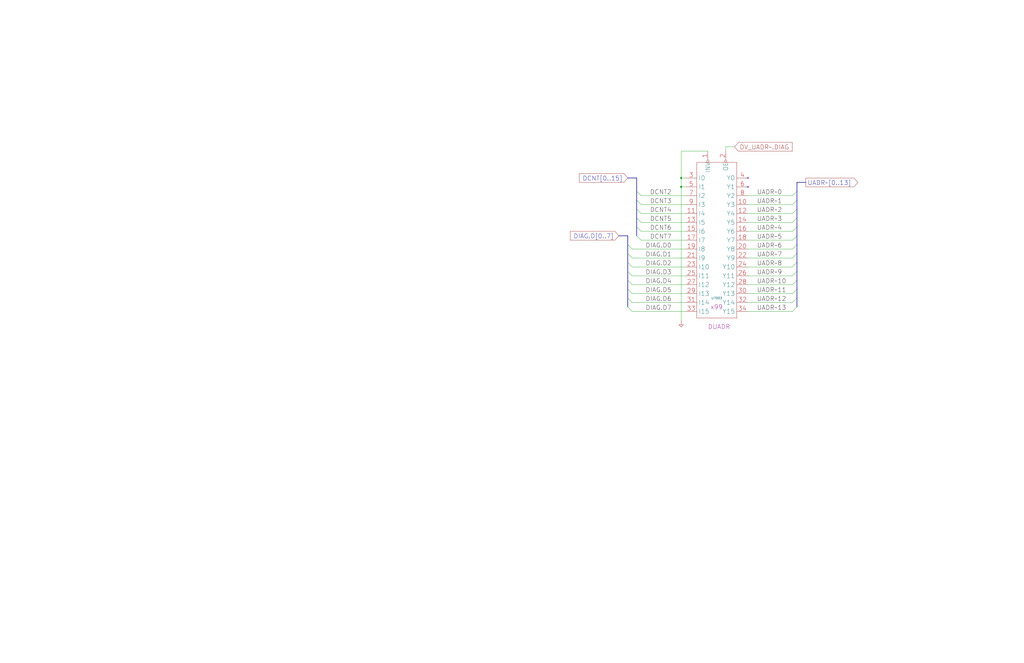
<source format=kicad_sch>
(kicad_sch (version 20211123) (generator eeschema)
  (paper "User" 584.2 378.46)
  (title_block (title "WCS DRIVERS") (date "22-MAY-90") (rev "1.0") (comment 1 "SEQUENCER") (comment 2 "232-003064") (comment 3 "S400") (comment 4 "RELEASED"))
  (lib_symbols
    (symbol "r1000:PD" (power) (pin_numbers hide) (pin_names hide) (in_bom no)
      (symbol "PD_0_1"
        (polyline (pts (xy 0 -2.54) (xy 1.27 -2.54) (xy 0 -3.81) (xy -1.27 -2.54) (xy 0 -2.54)) (stroke (width 0.1524)))
      )
      (symbol "PD_1_1"
        (pin power_in line (at 0 0 270) (length 2.54) (name "PD") (number "1"))
      )
    )
    (symbol "r1000:XBUF16" (pin_names (offset 1.016))
      (property "Reference" "U" (at 2.54 5.08 0))
      (property "Value" "XBUF16" (at -3.81 -5.08 0))
      (property "Location" "___" (at -1.27 0 0))
      (property "Name" "______" (at 3.81 -12.7 0))
      (symbol "XBUF16_1_1"
        (rectangle (start -8.89 82.55) (end 13.97 -6.35))
        (circle (center -2.54 83.185) (radius 0.635))
        (circle (center 7.62 83.185) (radius 0.635))
        (pin input line (at -2.54 88.9 270) (length 5.08) (name "INV") (number "1"))
        (pin tri_state line (at 20.32 58.42 180) (length 6.35) (name "Y3") (number "10"))
        (pin input line (at -15.24 53.34 0) (length 6.35) (name "I4") (number "11"))
        (pin tri_state line (at 20.32 53.34 180) (length 6.35) (name "Y4") (number "12"))
        (pin input line (at -15.24 48.26 0) (length 6.35) (name "I5") (number "13"))
        (pin tri_state line (at 20.32 48.26 180) (length 6.35) (name "Y5") (number "14"))
        (pin input line (at -15.24 43.18 0) (length 6.35) (name "I6") (number "15"))
        (pin tri_state line (at 20.32 43.18 180) (length 6.35) (name "Y6") (number "16"))
        (pin input line (at -15.24 38.1 0) (length 6.35) (name "I7") (number "17"))
        (pin tri_state line (at 20.32 38.1 180) (length 6.35) (name "Y7") (number "18"))
        (pin input line (at -15.24 33.02 0) (length 6.35) (name "I8") (number "19"))
        (pin input line (at 7.62 88.9 270) (length 5.08) (name "OE") (number "2"))
        (pin tri_state line (at 20.32 33.02 180) (length 6.35) (name "Y8") (number "20"))
        (pin input line (at -15.24 27.94 0) (length 6.35) (name "I9") (number "21"))
        (pin tri_state line (at 20.32 27.94 180) (length 6.35) (name "Y9") (number "22"))
        (pin input line (at -15.24 22.86 0) (length 6.35) (name "I10") (number "23"))
        (pin tri_state line (at 20.32 22.86 180) (length 6.35) (name "Y10") (number "24"))
        (pin input line (at -15.24 17.78 0) (length 6.35) (name "I11") (number "25"))
        (pin tri_state line (at 20.32 17.78 180) (length 6.35) (name "Y11") (number "26"))
        (pin input line (at -15.24 12.7 0) (length 6.35) (name "I12") (number "27"))
        (pin tri_state line (at 20.32 12.7 180) (length 6.35) (name "Y12") (number "28"))
        (pin input line (at -15.24 7.62 0) (length 6.35) (name "I13") (number "29"))
        (pin input line (at -15.24 73.66 0) (length 6.35) (name "I0") (number "3"))
        (pin tri_state line (at 20.32 7.62 180) (length 6.35) (name "Y13") (number "30"))
        (pin input line (at -15.24 2.54 0) (length 6.35) (name "I14") (number "31"))
        (pin tri_state line (at 20.32 2.54 180) (length 6.35) (name "Y14") (number "32"))
        (pin input line (at -15.24 -2.54 0) (length 6.35) (name "I15") (number "33"))
        (pin tri_state line (at 20.32 -2.54 180) (length 6.35) (name "Y15") (number "34"))
        (pin tri_state line (at 20.32 73.66 180) (length 6.35) (name "Y0") (number "4"))
        (pin input line (at -15.24 68.58 0) (length 6.35) (name "I1") (number "5"))
        (pin tri_state line (at 20.32 68.58 180) (length 6.35) (name "Y1") (number "6"))
        (pin input line (at -15.24 63.5 0) (length 6.35) (name "I2") (number "7"))
        (pin tri_state line (at 20.32 63.5 180) (length 6.35) (name "Y2") (number "8"))
        (pin input line (at -15.24 58.42 0) (length 6.35) (name "I3") (number "9"))
      )
    )
  )
  (bus (pts (xy 353.06 134.62) (xy 358.14 134.62)))
  (bus (pts (xy 358.14 101.6) (xy 363.22 101.6)))
  (bus (pts (xy 358.14 134.62) (xy 358.14 139.7)))
  (bus (pts (xy 358.14 139.7) (xy 358.14 144.78)))
  (bus (pts (xy 358.14 144.78) (xy 358.14 149.86)))
  (bus (pts (xy 358.14 149.86) (xy 358.14 154.94)))
  (bus (pts (xy 358.14 154.94) (xy 358.14 160.02)))
  (bus (pts (xy 358.14 160.02) (xy 358.14 165.1)))
  (bus (pts (xy 358.14 165.1) (xy 358.14 170.18)))
  (bus (pts (xy 358.14 170.18) (xy 358.14 175.26)))
  (bus (pts (xy 363.22 101.6) (xy 363.22 109.22)))
  (bus (pts (xy 363.22 109.22) (xy 363.22 114.3)))
  (bus (pts (xy 363.22 114.3) (xy 363.22 119.38)))
  (bus (pts (xy 363.22 119.38) (xy 363.22 124.46)))
  (bus (pts (xy 363.22 124.46) (xy 363.22 129.54)))
  (bus (pts (xy 363.22 129.54) (xy 363.22 134.62)))
  (bus (pts (xy 454.66 104.14) (xy 454.66 109.22)))
  (bus (pts (xy 454.66 109.22) (xy 454.66 114.3)))
  (bus (pts (xy 454.66 114.3) (xy 454.66 119.38)))
  (bus (pts (xy 454.66 119.38) (xy 454.66 124.46)))
  (bus (pts (xy 454.66 124.46) (xy 454.66 129.54)))
  (bus (pts (xy 454.66 129.54) (xy 454.66 134.62)))
  (bus (pts (xy 454.66 134.62) (xy 454.66 139.7)))
  (bus (pts (xy 454.66 139.7) (xy 454.66 144.78)))
  (bus (pts (xy 454.66 144.78) (xy 454.66 149.86)))
  (bus (pts (xy 454.66 149.86) (xy 454.66 154.94)))
  (bus (pts (xy 454.66 154.94) (xy 454.66 160.02)))
  (bus (pts (xy 454.66 160.02) (xy 454.66 165.1)))
  (bus (pts (xy 454.66 165.1) (xy 454.66 170.18)))
  (bus (pts (xy 454.66 170.18) (xy 454.66 175.26)))
  (bus (pts (xy 459.74 104.14) (xy 454.66 104.14)))
  (wire (pts (xy 360.68 142.24) (xy 391.16 142.24)))
  (wire (pts (xy 360.68 147.32) (xy 391.16 147.32)))
  (wire (pts (xy 360.68 152.4) (xy 391.16 152.4)))
  (wire (pts (xy 360.68 157.48) (xy 391.16 157.48)))
  (wire (pts (xy 360.68 162.56) (xy 391.16 162.56)))
  (wire (pts (xy 360.68 167.64) (xy 391.16 167.64)))
  (wire (pts (xy 360.68 172.72) (xy 391.16 172.72)))
  (wire (pts (xy 360.68 177.8) (xy 391.16 177.8)))
  (wire (pts (xy 365.76 111.76) (xy 391.16 111.76)))
  (wire (pts (xy 365.76 116.84) (xy 391.16 116.84)))
  (wire (pts (xy 365.76 121.92) (xy 391.16 121.92)))
  (wire (pts (xy 365.76 127) (xy 391.16 127)))
  (wire (pts (xy 365.76 132.08) (xy 391.16 132.08)))
  (wire (pts (xy 365.76 137.16) (xy 391.16 137.16)))
  (wire (pts (xy 388.62 101.6) (xy 388.62 106.68)))
  (wire (pts (xy 388.62 106.68) (xy 388.62 182.88)))
  (wire (pts (xy 388.62 106.68) (xy 391.16 106.68)))
  (wire (pts (xy 388.62 86.36) (xy 388.62 101.6)))
  (wire (pts (xy 391.16 101.6) (xy 388.62 101.6)))
  (wire (pts (xy 403.86 86.36) (xy 388.62 86.36)))
  (wire (pts (xy 414.02 83.82) (xy 414.02 86.36)))
  (wire (pts (xy 419.1 83.82) (xy 414.02 83.82)))
  (wire (pts (xy 426.72 111.76) (xy 452.12 111.76)))
  (wire (pts (xy 426.72 116.84) (xy 452.12 116.84)))
  (wire (pts (xy 426.72 121.92) (xy 452.12 121.92)))
  (wire (pts (xy 426.72 127) (xy 452.12 127)))
  (wire (pts (xy 426.72 132.08) (xy 452.12 132.08)))
  (wire (pts (xy 426.72 137.16) (xy 452.12 137.16)))
  (wire (pts (xy 426.72 142.24) (xy 452.12 142.24)))
  (wire (pts (xy 426.72 147.32) (xy 452.12 147.32)))
  (wire (pts (xy 426.72 152.4) (xy 452.12 152.4)))
  (wire (pts (xy 426.72 157.48) (xy 452.12 157.48)))
  (wire (pts (xy 426.72 162.56) (xy 452.12 162.56)))
  (wire (pts (xy 426.72 167.64) (xy 452.12 167.64)))
  (wire (pts (xy 426.72 172.72) (xy 452.12 172.72)))
  (wire (pts (xy 426.72 177.8) (xy 452.12 177.8)))
  (global_label "DIAG.D[0..7]" (shape input) (at 353.06 134.62 180) (effects (font (size 2.54 2.54))) (property "Intersheet References" "${INTERSHEET_REFS}" (at 324.993 134.4613 0) (effects (font (size 2.54 2.54)) (justify right))))
  (global_label "DCNT[0..15]" (shape input) (at 358.14 101.6 180) (effects (font (size 2.54 2.54))) (property "Intersheet References" "${INTERSHEET_REFS}" (at 330.194 101.4413 0) (effects (font (size 2.54 2.54)) (justify right))))
  (bus_entry (at 358.14 139.7) (size 2.54 2.54))
  (bus_entry (at 358.14 144.78) (size 2.54 2.54))
  (bus_entry (at 358.14 149.86) (size 2.54 2.54))
  (bus_entry (at 358.14 154.94) (size 2.54 2.54))
  (bus_entry (at 358.14 160.02) (size 2.54 2.54))
  (bus_entry (at 358.14 165.1) (size 2.54 2.54))
  (bus_entry (at 358.14 170.18) (size 2.54 2.54))
  (bus_entry (at 358.14 175.26) (size 2.54 2.54))
  (bus_entry (at 363.22 109.22) (size 2.54 2.54))
  (bus_entry (at 363.22 114.3) (size 2.54 2.54))
  (bus_entry (at 363.22 119.38) (size 2.54 2.54))
  (bus_entry (at 363.22 124.46) (size 2.54 2.54))
  (bus_entry (at 363.22 129.54) (size 2.54 2.54))
  (bus_entry (at 363.22 134.62) (size 2.54 2.54))
  (label "DIAG.D0" (at 368.3 142.24 0) (effects (font (size 2.54 2.54))))
  (label "DIAG.D1" (at 368.3 147.32 0) (effects (font (size 2.54 2.54))))
  (label "DIAG.D2" (at 368.3 152.4 0) (effects (font (size 2.54 2.54))))
  (label "DIAG.D3" (at 368.3 157.48 0) (effects (font (size 2.54 2.54))))
  (label "DIAG.D4" (at 368.3 162.56 0) (effects (font (size 2.54 2.54))))
  (label "DIAG.D5" (at 368.3 167.64 0) (effects (font (size 2.54 2.54))))
  (label "DIAG.D6" (at 368.3 172.72 0) (effects (font (size 2.54 2.54))))
  (label "DIAG.D7" (at 368.3 177.8 0) (effects (font (size 2.54 2.54))))
  (label "DCNT2" (at 370.84 111.76 0) (effects (font (size 2.54 2.54))))
  (label "DCNT3" (at 370.84 116.84 0) (effects (font (size 2.54 2.54))))
  (label "DCNT4" (at 370.84 121.92 0) (effects (font (size 2.54 2.54))))
  (label "DCNT5" (at 370.84 127 0) (effects (font (size 2.54 2.54))))
  (label "DCNT6" (at 370.84 132.08 0) (effects (font (size 2.54 2.54))))
  (label "DCNT7" (at 370.84 137.16 0) (effects (font (size 2.54 2.54))))
  (junction (at 388.62 101.6))
  (junction (at 388.62 106.68))
  (symbol (lib_id "r1000:PD") (at 388.62 182.88 0) (unit 1) (in_bom no)
    (property "Reference" "#PWR07004" (effects hide))
  )
  (symbol (lib_id "r1000:XBUF16") (at 406.4 175.26 0) (unit 1)
    (property "Reference" "U7003" (at 408.94 170.18 0))
    (property "Location" "x99" (at 405.13 175.26 0) (effects (font (size 2.54 2.54)) (justify left)))
    (property "Name" "DUADR" (at 410.21 187.96 0) (effects (font (size 2.54 2.54)) (justify bottom)))
  )
  (global_label "DV_UADR~.DIAG" (shape input) (at 419.1 83.82 0) (effects (font (size 2.54 2.54))) (property "Intersheet References" "${INTERSHEET_REFS}" (at 451.987 83.6613 0) (effects (font (size 2.54 2.54)) (justify left))))
  (no_connect (at 426.72 101.6))
  (no_connect (at 426.72 106.68))
  (label "UADR~0" (at 431.8 111.76 0) (effects (font (size 2.54 2.54))))
  (label "UADR~1" (at 431.8 116.84 0) (effects (font (size 2.54 2.54))))
  (label "UADR~2" (at 431.8 121.92 0) (effects (font (size 2.54 2.54))))
  (label "UADR~3" (at 431.8 127 0) (effects (font (size 2.54 2.54))))
  (label "UADR~4" (at 431.8 132.08 0) (effects (font (size 2.54 2.54))))
  (label "UADR~5" (at 431.8 137.16 0) (effects (font (size 2.54 2.54))))
  (label "UADR~6" (at 431.8 142.24 0) (effects (font (size 2.54 2.54))))
  (label "UADR~7" (at 431.8 147.32 0) (effects (font (size 2.54 2.54))))
  (label "UADR~8" (at 431.8 152.4 0) (effects (font (size 2.54 2.54))))
  (label "UADR~9" (at 431.8 157.48 0) (effects (font (size 2.54 2.54))))
  (label "UADR~10" (at 431.8 162.56 0) (effects (font (size 2.54 2.54))))
  (label "UADR~11" (at 431.8 167.64 0) (effects (font (size 2.54 2.54))))
  (label "UADR~12" (at 431.8 172.72 0) (effects (font (size 2.54 2.54))))
  (label "UADR~13" (at 431.8 177.8 0) (effects (font (size 2.54 2.54))))
  (bus_entry (at 454.66 109.22) (size -2.54 2.54))
  (bus_entry (at 454.66 114.3) (size -2.54 2.54))
  (bus_entry (at 454.66 119.38) (size -2.54 2.54))
  (bus_entry (at 454.66 124.46) (size -2.54 2.54))
  (bus_entry (at 454.66 129.54) (size -2.54 2.54))
  (bus_entry (at 454.66 134.62) (size -2.54 2.54))
  (bus_entry (at 454.66 139.7) (size -2.54 2.54))
  (bus_entry (at 454.66 144.78) (size -2.54 2.54))
  (bus_entry (at 454.66 149.86) (size -2.54 2.54))
  (bus_entry (at 454.66 154.94) (size -2.54 2.54))
  (bus_entry (at 454.66 160.02) (size -2.54 2.54))
  (bus_entry (at 454.66 165.1) (size -2.54 2.54))
  (bus_entry (at 454.66 170.18) (size -2.54 2.54))
  (bus_entry (at 454.66 175.26) (size -2.54 2.54))
  (global_label "UADR~[0..13]" (shape output) (at 459.74 104.14 0) (effects (font (size 2.54 2.54))) (property "Intersheet References" "${INTERSHEET_REFS}" (at 489.7422 103.9813 0) (effects (font (size 2.54 2.54)) (justify left))))
)
</source>
